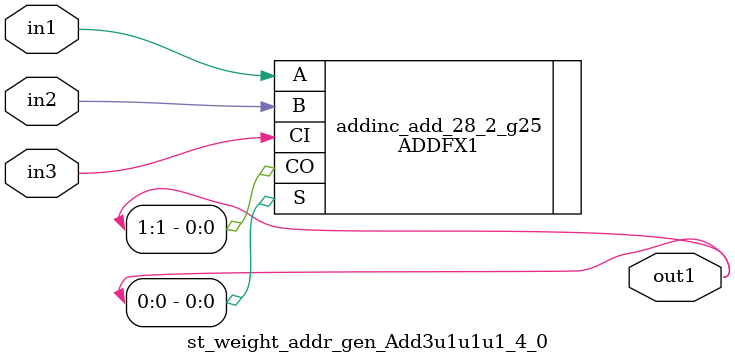
<source format=v>
`timescale 1ps / 1ps


module st_weight_addr_gen_Add3u1u1u1_4_0(in3, in2, in1, out1);
  input in3, in2, in1;
  output [1:0] out1;
  wire in3, in2, in1;
  wire [1:0] out1;
  ADDFX1 addinc_add_28_2_g25(.A (in1), .B (in2), .CI (in3), .CO
       (out1[1]), .S (out1[0]));
endmodule



</source>
